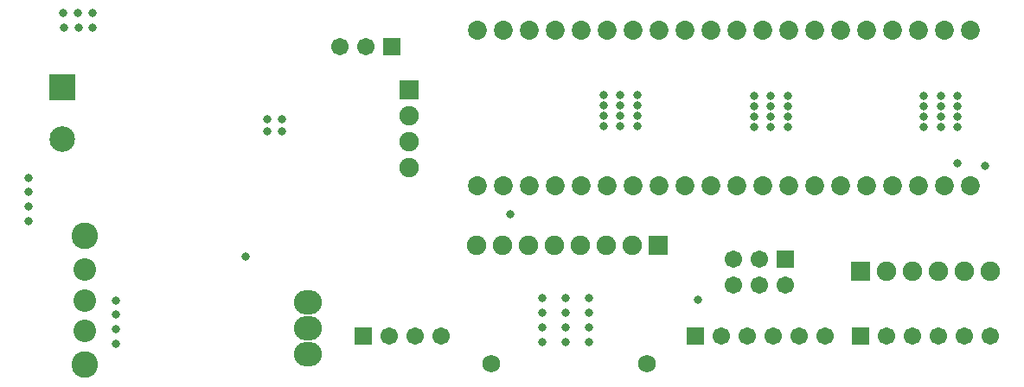
<source format=gbs>
G04*
G04 #@! TF.GenerationSoftware,Altium Limited,Altium Designer,21.0.8 (223)*
G04*
G04 Layer_Color=16711935*
%FSLAX24Y24*%
%MOIN*%
G70*
G04*
G04 #@! TF.SameCoordinates,5611F575-40E7-4C37-80B7-B37D46D1236C*
G04*
G04*
G04 #@! TF.FilePolarity,Negative*
G04*
G01*
G75*
%ADD41C,0.0730*%
%ADD42C,0.1025*%
%ADD43C,0.0867*%
%ADD44C,0.0749*%
%ADD45R,0.0749X0.0749*%
%ADD46C,0.0671*%
%ADD47R,0.0671X0.0671*%
%ADD48R,0.0749X0.0749*%
%ADD49C,0.0680*%
%ADD50O,0.1080X0.0930*%
%ADD51R,0.0986X0.0986*%
%ADD52C,0.0986*%
%ADD53C,0.0320*%
D41*
X17850Y8500D02*
D03*
X18850D02*
D03*
X19850D02*
D03*
X20850D02*
D03*
X21850D02*
D03*
X22850D02*
D03*
X23850D02*
D03*
X24850D02*
D03*
X25850D02*
D03*
X26850D02*
D03*
X27850D02*
D03*
X28850D02*
D03*
X29850D02*
D03*
X30850D02*
D03*
X31850D02*
D03*
X32850D02*
D03*
X33850D02*
D03*
X34850D02*
D03*
X35850D02*
D03*
X36850D02*
D03*
Y14500D02*
D03*
X35850D02*
D03*
X34850D02*
D03*
X33850D02*
D03*
X32850D02*
D03*
X31850D02*
D03*
X30850D02*
D03*
X29850D02*
D03*
X28850D02*
D03*
X27850D02*
D03*
X26850D02*
D03*
X25850D02*
D03*
X24850D02*
D03*
X23850D02*
D03*
X22850D02*
D03*
X21850D02*
D03*
X20850D02*
D03*
X19850D02*
D03*
X18850D02*
D03*
X17850D02*
D03*
D42*
X2700Y1589D02*
D03*
Y6549D02*
D03*
D43*
Y2888D02*
D03*
Y4069D02*
D03*
Y5250D02*
D03*
D44*
X15200Y9200D02*
D03*
Y10200D02*
D03*
Y11200D02*
D03*
X37600Y5200D02*
D03*
X36600D02*
D03*
X35600D02*
D03*
X34600D02*
D03*
X33600D02*
D03*
X17800Y6200D02*
D03*
X18800D02*
D03*
X23800D02*
D03*
X22800D02*
D03*
X21800D02*
D03*
X20800D02*
D03*
X19800D02*
D03*
D45*
X15200Y12200D02*
D03*
D46*
X16450Y2700D02*
D03*
X15450D02*
D03*
X14450D02*
D03*
X29700Y4650D02*
D03*
X28700Y5650D02*
D03*
Y4650D02*
D03*
X27700Y5650D02*
D03*
Y4650D02*
D03*
X33600Y2700D02*
D03*
X34600D02*
D03*
X35600D02*
D03*
X36600D02*
D03*
X37600D02*
D03*
X31250D02*
D03*
X30250D02*
D03*
X29250D02*
D03*
X28250D02*
D03*
X27250D02*
D03*
X12550Y13850D02*
D03*
X13550D02*
D03*
D47*
X13450Y2700D02*
D03*
X29700Y5650D02*
D03*
X32600Y2700D02*
D03*
X26250D02*
D03*
X14550Y13850D02*
D03*
D48*
X32600Y5200D02*
D03*
X24800Y6200D02*
D03*
D49*
X18391Y1609D02*
D03*
X24391D02*
D03*
D50*
X11300Y2000D02*
D03*
Y4000D02*
D03*
Y3000D02*
D03*
D51*
X1850Y12300D02*
D03*
D52*
Y10300D02*
D03*
D53*
X8900Y5750D02*
D03*
X22150Y2450D02*
D03*
X20350D02*
D03*
X21250D02*
D03*
X22150Y3583D02*
D03*
Y4150D02*
D03*
Y3017D02*
D03*
X20350Y3583D02*
D03*
Y4150D02*
D03*
Y3017D02*
D03*
X3017Y14599D02*
D03*
X3000Y15150D02*
D03*
X9750Y10600D02*
D03*
Y11050D02*
D03*
X1894Y15151D02*
D03*
X2450Y15150D02*
D03*
X1912Y14599D02*
D03*
X2467D02*
D03*
X550Y8800D02*
D03*
X549Y8244D02*
D03*
Y7688D02*
D03*
Y7133D02*
D03*
X3900Y2400D02*
D03*
Y2956D02*
D03*
Y3512D02*
D03*
X3901Y4067D02*
D03*
X21250Y3583D02*
D03*
Y4150D02*
D03*
Y3017D02*
D03*
X36350Y11550D02*
D03*
X35700D02*
D03*
X35050Y11550D02*
D03*
X36350Y11950D02*
D03*
X35050Y11950D02*
D03*
X35700Y11950D02*
D03*
Y11150D02*
D03*
X35050Y11150D02*
D03*
X36350Y11150D02*
D03*
X35050Y10750D02*
D03*
X35700Y10750D02*
D03*
X36350D02*
D03*
X29800Y11550D02*
D03*
X29150D02*
D03*
X28500Y11550D02*
D03*
X29800Y11950D02*
D03*
X28500Y11950D02*
D03*
X29150Y11950D02*
D03*
Y11150D02*
D03*
X28500Y11150D02*
D03*
X29800Y11150D02*
D03*
X28500Y10750D02*
D03*
X29150Y10750D02*
D03*
X29800D02*
D03*
X24000Y10800D02*
D03*
X23350D02*
D03*
X22700Y10800D02*
D03*
X24000Y11200D02*
D03*
X22700Y11200D02*
D03*
X23350Y11200D02*
D03*
Y12000D02*
D03*
X22700Y12000D02*
D03*
X24000Y12000D02*
D03*
X22700Y11600D02*
D03*
X23350Y11600D02*
D03*
X24000D02*
D03*
X36350Y9350D02*
D03*
X37400Y9250D02*
D03*
X26350Y4100D02*
D03*
X10300Y10600D02*
D03*
Y11050D02*
D03*
X19100Y7400D02*
D03*
M02*

</source>
